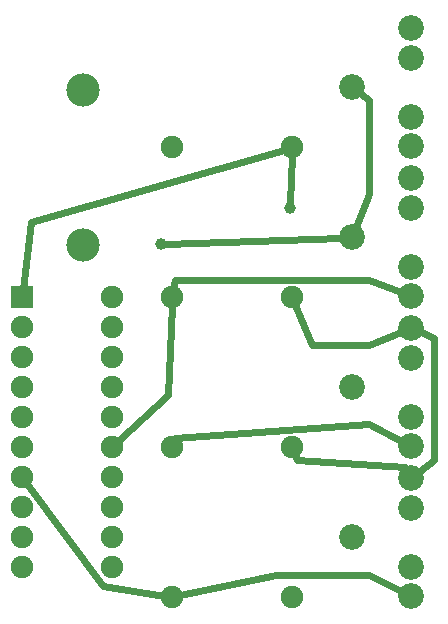
<source format=gbl>
G04 MADE WITH FRITZING*
G04 WWW.FRITZING.ORG*
G04 DOUBLE SIDED*
G04 HOLES PLATED*
G04 CONTOUR ON CENTER OF CONTOUR VECTOR*
%ASAXBY*%
%FSLAX23Y23*%
%MOIN*%
%OFA0B0*%
%SFA1.0B1.0*%
%ADD10C,0.075000*%
%ADD11C,0.111000*%
%ADD12C,0.086000*%
%ADD13C,0.039370*%
%ADD14R,0.075000X0.075000*%
%ADD15C,0.024000*%
%LNCOPPER0*%
G90*
G70*
G54D10*
X198Y1096D03*
X498Y1096D03*
X198Y996D03*
X498Y996D03*
X198Y896D03*
X498Y896D03*
X198Y796D03*
X498Y796D03*
X198Y696D03*
X498Y696D03*
X198Y596D03*
X498Y596D03*
X198Y496D03*
X498Y496D03*
X198Y396D03*
X498Y396D03*
X198Y296D03*
X498Y296D03*
X198Y196D03*
X498Y196D03*
G54D11*
X403Y1269D03*
X403Y1786D03*
G54D12*
X1298Y1796D03*
X1495Y1894D03*
X1495Y1993D03*
X1495Y1697D03*
X1495Y1599D03*
X1298Y1296D03*
X1495Y1394D03*
X1495Y1493D03*
X1495Y1197D03*
X1495Y1099D03*
X1298Y796D03*
X1495Y894D03*
X1495Y993D03*
X1495Y697D03*
X1495Y599D03*
X1298Y296D03*
X1495Y394D03*
X1495Y493D03*
X1495Y197D03*
X1495Y99D03*
G54D10*
X698Y1596D03*
X1098Y1596D03*
X698Y1096D03*
X1098Y1096D03*
X698Y596D03*
X1098Y596D03*
X698Y96D03*
X1098Y96D03*
G54D13*
X660Y1273D03*
X1092Y1393D03*
G54D14*
X198Y1096D03*
G54D15*
X1463Y616D02*
X1356Y673D01*
X1356Y673D02*
X708Y625D01*
X708Y625D02*
X707Y623D01*
D02*
X215Y473D02*
X468Y133D01*
X468Y133D02*
X670Y100D01*
D02*
X1462Y115D02*
X1356Y169D01*
X1356Y169D02*
X1044Y169D01*
X1044Y169D02*
X726Y102D01*
D02*
X519Y615D02*
X684Y769D01*
X684Y769D02*
X697Y1067D01*
D02*
X1461Y1112D02*
X1356Y1153D01*
X1356Y1153D02*
X708Y1153D01*
X708Y1153D02*
X703Y1124D01*
D02*
X1261Y1294D02*
X679Y1274D01*
D02*
X1328Y1774D02*
X1356Y1753D01*
X1356Y1753D02*
X1356Y1441D01*
X1356Y1441D02*
X1312Y1330D01*
D02*
X1461Y979D02*
X1356Y937D01*
X1356Y937D02*
X1164Y937D01*
X1164Y937D02*
X1109Y1069D01*
D02*
X1524Y515D02*
X1572Y553D01*
X1572Y553D02*
X1572Y961D01*
X1572Y961D02*
X1529Y979D01*
D02*
X1109Y569D02*
X1116Y553D01*
X1116Y553D02*
X1476Y529D01*
X1476Y529D02*
X1478Y525D01*
D02*
X1097Y1567D02*
X1093Y1412D01*
D02*
X202Y1124D02*
X228Y1345D01*
X228Y1345D02*
X1071Y1588D01*
G04 End of Copper0*
M02*
</source>
